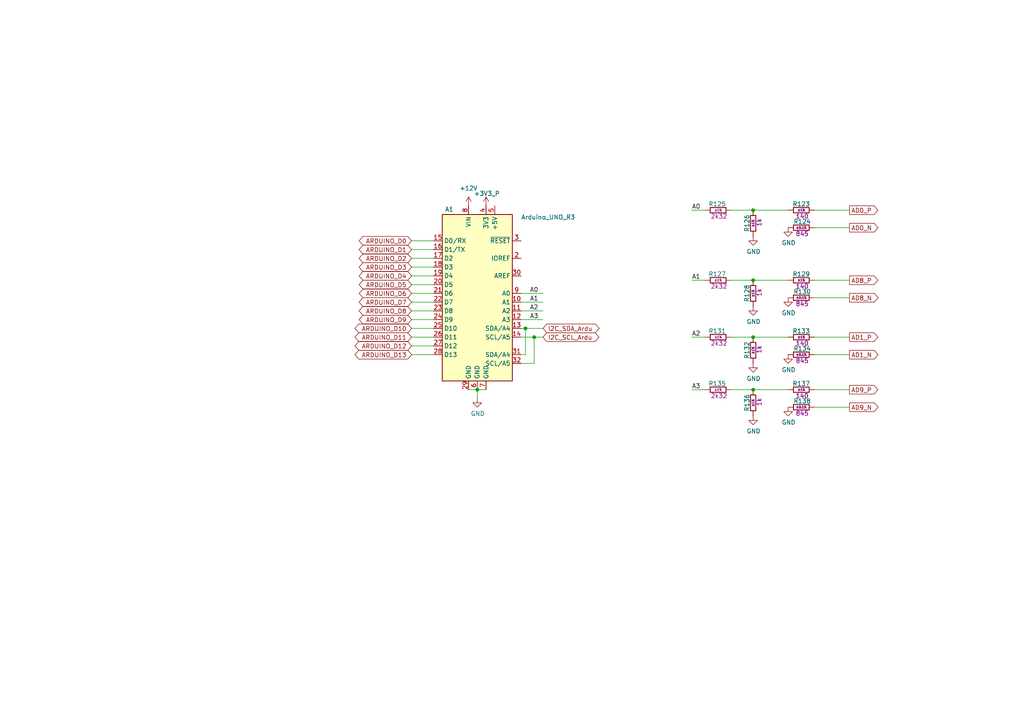
<source format=kicad_sch>
(kicad_sch (version 20241209) (generator "eeschema") (generator_version "9.0")
  (paper "A4")
  (lib_symbols
    (symbol "MCU_Module:Arduino_UNO_R3"
      (property "Reference" "A" (at -10.16 23.495 0))
      (property "Value" "Arduino_UNO_R3" (at 5.08 -26.67 0))
      (symbol "Arduino_UNO_R3_1_1"
        (pin bidirectional line (at -12.7 15.24 0) (length 2.54) (name "D0/RX") (number "15"))
        (pin bidirectional line (at -12.7 12.7 0) (length 2.54) (name "D1/TX") (number "16"))
        (pin bidirectional line (at -12.7 10.16 0) (length 2.54) (name "D2") (number "17"))
        (pin bidirectional line (at -12.7 7.62 0) (length 2.54) (name "D3") (number "18"))
        (pin bidirectional line (at -12.7 5.08 0) (length 2.54) (name "D4") (number "19"))
        (pin bidirectional line (at -12.7 2.54 0) (length 2.54) (name "D5") (number "20"))
        (pin bidirectional line (at -12.7 0 0) (length 2.54) (name "D6") (number "21"))
        (pin bidirectional line (at -12.7 -2.54 0) (length 2.54) (name "D7") (number "22"))
        (pin bidirectional line (at -12.7 -5.08 0) (length 2.54) (name "D8") (number "23"))
        (pin bidirectional line (at -12.7 -7.62 0) (length 2.54) (name "D9") (number "24"))
        (pin bidirectional line (at -12.7 -10.16 0) (length 2.54) (name "D10") (number "25"))
        (pin bidirectional line (at -12.7 -12.7 0) (length 2.54) (name "D11") (number "26"))
        (pin bidirectional line (at -12.7 -15.24 0) (length 2.54) (name "D12") (number "27"))
        (pin bidirectional line (at -12.7 -17.78 0) (length 2.54) (name "D13") (number "28"))
        (pin no_connect line (at -10.16 -20.32 0) (length 2.54) (hide yes) (name "NC") (number "1"))
        (pin power_in line (at -2.54 25.4 270) (length 2.54) (name "VIN") (number "8"))
        (pin power_in line (at -2.54 -27.94 90) (length 2.54) (name "GND") (number "29"))
        (pin power_in line (at 0 -27.94 90) (length 2.54) (name "GND") (number "6"))
        (pin power_out line (at 2.54 25.4 270) (length 2.54) (name "3V3") (number "4"))
        (pin power_in line (at 2.54 -27.94 90) (length 2.54) (name "GND") (number "7"))
        (pin power_out line (at 5.08 25.4 270) (length 2.54) (name "+5V") (number "5"))
        (pin input line (at 12.7 15.24 180) (length 2.54) (name "~{RESET}") (number "3"))
        (pin output line (at 12.7 10.16 180) (length 2.54) (name "IOREF") (number "2"))
        (pin input line (at 12.7 5.08 180) (length 2.54) (name "AREF") (number "30"))
        (pin bidirectional line (at 12.7 0 180) (length 2.54) (name "A0") (number "9"))
        (pin bidirectional line (at 12.7 -2.54 180) (length 2.54) (name "A1") (number "10"))
        (pin bidirectional line (at 12.7 -5.08 180) (length 2.54) (name "A2") (number "11"))
        (pin bidirectional line (at 12.7 -7.62 180) (length 2.54) (name "A3") (number "12"))
        (pin bidirectional line (at 12.7 -10.16 180) (length 2.54) (name "SDA/A4") (number "13"))
        (pin bidirectional line (at 12.7 -12.7 180) (length 2.54) (name "SCL/A5") (number "14"))
        (pin bidirectional line (at 12.7 -17.78 180) (length 2.54) (name "SDA/A4") (number "31"))
        (pin bidirectional line (at 12.7 -20.32 180) (length 2.54) (name "SCL/A5") (number "32"))
      )
    )
    (symbol "Resistors SMD:R0402_140R_1%_0.0625W_100PPM" (pin_names (offset 1.27))
      (property "Reference" "R" (at 3.81 1.778 0))
      (property "Tolerance" "±1%" (at 3.81 0 0))
      (property "Val" "140" (at 3.81 -1.778 0))
      (symbol "R0402_140R_1%_0.0625W_100PPM_0_1"
        (pin passive line (at 0 0 0) (length 1.524) (name "1") (number "1"))
        (pin passive line (at 7.62 0 180) (length 1.524) (name "2") (number "2"))
      )
    )
    (symbol "Resistors SMD:R0402_1K_1%_0.0625W_100PPM" (pin_names (offset 1.27))
      (property "Reference" "R" (at 3.81 1.778 0))
      (property "Tolerance" "±1%" (at 3.81 0 0))
      (property "Val" "1k" (at 3.81 -1.778 0))
      (symbol "R0402_1K_1%_0.0625W_100PPM_0_1"
        (pin passive line (at 0 0 0) (length 1.524) (name "1") (number "1"))
        (pin passive line (at 7.62 0 180) (length 1.524) (name "2") (number "2"))
      )
    )
    (symbol "Resistors SMD:R0402_2K_1%_0.0625W_100PPM" (pin_names (offset 1.27))
      (property "Reference" "R" (at 3.81 1.778 0))
      (property "Tolerance" "±1%" (at 3.81 0 0))
      (property "Val" "2k" (at 3.81 -1.778 0))
      (symbol "R0402_2K_1%_0.0625W_100PPM_0_1"
        (pin passive line (at 0 0 0) (length 1.524) (name "1") (number "1"))
        (pin passive line (at 7.62 0 180) (length 1.524) (name "2") (number "2"))
      )
    )
    (symbol "Resistors SMD:R0402_820R_0.1%_0.063W_25PPM" (pin_names (offset 1.27))
      (property "Reference" "R" (at 3.81 1.778 0))
      (property "Tolerance" "±0.1%" (at 3.81 0 0))
      (property "Val" "820" (at 3.81 -1.778 0))
      (symbol "R0402_820R_0.1%_0.063W_25PPM_0_1"
        (pin passive line (at 0 0 0) (length 1.524) (name "1") (number "1"))
        (pin passive line (at 7.62 0 180) (length 1.524) (name "2") (number "2"))
      )
    )
    (symbol "power:+12V" (power) (pin_numbers (hide yes)) (pin_names (offset 0) (hide yes))
      (property "Value" "+12V" (at 0 3.556 0))
      (symbol "+12V_1_1"
        (pin power_in line (at 0 0 90) (length 0) (name "~") (number "1"))
      )
    )
    (symbol "power:+1V0" (power) (pin_numbers (hide yes)) (pin_names (offset 0) (hide yes))
      (property "Value" "+1V0" (at 0 3.556 0))
      (symbol "+1V0_1_1"
        (pin power_in line (at 0 0 90) (length 0) (name "~") (number "1"))
      )
    )
    (symbol "power:GND" (power) (pin_names (offset 0))
      (property "Value" "GND" (at 0 -3.81 0))
      (symbol "GND_1_1"
        (pin power_in line (at 0 0 270) (length 0) (hide yes) (name "GND") (number "1"))
      )
    )
  )
  (junction (at 154.94 97.79))
  (junction (at 218.44 81.28))
  (junction (at 218.44 60.96))
  (junction (at 138.43 113.03))
  (junction (at 218.44 97.79))
  (junction (at 218.44 113.03))
  (junction (at 152.4 95.25))
  (wire (pts (xy 236.22 113.03) (xy 246.38 113.03)))
  (wire (pts (xy 212.09 97.79) (xy 218.44 97.79)))
  (wire (pts (xy 119.38 77.47) (xy 125.73 77.47)))
  (wire (pts (xy 212.09 113.03) (xy 218.44 113.03)))
  (wire (pts (xy 151.13 102.87) (xy 152.4 102.87)))
  (wire (pts (xy 151.13 97.79) (xy 154.94 97.79)))
  (wire (pts (xy 151.13 87.63) (xy 157.48 87.63)))
  (wire (pts (xy 236.22 66.04) (xy 246.38 66.04)))
  (wire (pts (xy 200.66 81.28) (xy 204.47 81.28)))
  (wire (pts (xy 200.66 113.03) (xy 204.47 113.03)))
  (wire (pts (xy 119.38 74.93) (xy 125.73 74.93)))
  (wire (pts (xy 119.38 97.79) (xy 125.73 97.79)))
  (wire (pts (xy 200.66 60.96) (xy 204.47 60.96)))
  (wire (pts (xy 236.22 86.36) (xy 246.38 86.36)))
  (wire (pts (xy 200.66 97.79) (xy 204.47 97.79)))
  (wire (pts (xy 151.13 90.17) (xy 157.48 90.17)))
  (wire (pts (xy 135.89 113.03) (xy 138.43 113.03)))
  (wire (pts (xy 119.38 90.17) (xy 125.73 90.17)))
  (wire (pts (xy 236.22 81.28) (xy 246.38 81.28)))
  (wire (pts (xy 151.13 92.71) (xy 157.48 92.71)))
  (wire (pts (xy 138.43 113.03) (xy 138.43 115.57)))
  (wire (pts (xy 236.22 97.79) (xy 246.38 97.79)))
  (wire (pts (xy 138.43 113.03) (xy 140.97 113.03)))
  (wire (pts (xy 212.09 60.96) (xy 218.44 60.96)))
  (wire (pts (xy 151.13 105.41) (xy 154.94 105.41)))
  (wire (pts (xy 218.44 113.03) (xy 228.6 113.03)))
  (wire (pts (xy 236.22 118.11) (xy 246.38 118.11)))
  (wire (pts (xy 152.4 102.87) (xy 152.4 95.25)))
  (wire (pts (xy 119.38 72.39) (xy 125.73 72.39)))
  (wire (pts (xy 151.13 85.09) (xy 157.48 85.09)))
  (wire (pts (xy 119.38 82.55) (xy 125.73 82.55)))
  (wire (pts (xy 218.44 81.28) (xy 228.6 81.28)))
  (wire (pts (xy 151.13 95.25) (xy 152.4 95.25)))
  (wire (pts (xy 119.38 69.85) (xy 125.73 69.85)))
  (wire (pts (xy 236.22 102.87) (xy 246.38 102.87)))
  (wire (pts (xy 119.38 100.33) (xy 125.73 100.33)))
  (wire (pts (xy 119.38 102.87) (xy 125.73 102.87)))
  (wire (pts (xy 154.94 97.79) (xy 154.94 105.41)))
  (wire (pts (xy 236.22 60.96) (xy 246.38 60.96)))
  (wire (pts (xy 218.44 97.79) (xy 228.6 97.79)))
  (wire (pts (xy 218.44 60.96) (xy 228.6 60.96)))
  (wire (pts (xy 119.38 80.01) (xy 125.73 80.01)))
  (wire (pts (xy 119.38 87.63) (xy 125.73 87.63)))
  (wire (pts (xy 119.38 95.25) (xy 125.73 95.25)))
  (wire (pts (xy 154.94 97.79) (xy 157.48 97.79)))
  (wire (pts (xy 119.38 85.09) (xy 125.73 85.09)))
  (wire (pts (xy 119.38 92.71) (xy 125.73 92.71)))
  (wire (pts (xy 152.4 95.25) (xy 157.48 95.25)))
  (wire (pts (xy 212.09 81.28) (xy 218.44 81.28)))
  (label "A1" (at 153.67 87.63 0))
  (label "A1" (at 200.66 81.28 0))
  (label "A3" (at 153.67 92.71 0))
  (label "A0" (at 200.66 60.96 0))
  (label "A2" (at 200.66 97.79 0))
  (label "A3" (at 200.66 113.03 0))
  (label "A0" (at 153.67 85.09 0))
  (label "A2" (at 153.67 90.17 0))
  (global_label "I2C_SCL_Ardu" (shape bidirectional) (at 157.48 97.79 0) (property "Intersheetrefs" "${INTERSHEET_REFS}" (effects (hide yes))))
  (global_label "ARDUINO_D8" (shape bidirectional) (at 119.38 90.17 180) (property "Intersheetrefs" "${INTERSHEET_REFS}" (effects (hide yes))))
  (global_label "AD9_P" (shape output) (at 246.38 113.03 0) (property "Intersheetrefs" "${INTERSHEET_REFS}" (effects (hide yes))))
  (global_label "AD0_P" (shape output) (at 246.38 60.96 0) (property "Intersheetrefs" "${INTERSHEET_REFS}" (effects (hide yes))))
  (global_label "AD1_N" (shape output) (at 246.38 102.87 0) (property "Intersheetrefs" "${INTERSHEET_REFS}" (effects (hide yes))))
  (global_label "ARDUINO_D13" (shape bidirectional) (at 119.38 102.87 180) (property "Intersheetrefs" "${INTERSHEET_REFS}" (effects (hide yes))))
  (global_label "ARDUINO_D0" (shape bidirectional) (at 119.38 69.85 180) (property "Intersheetrefs" "${INTERSHEET_REFS}" (effects (hide yes))))
  (global_label "ARDUINO_D5" (shape bidirectional) (at 119.38 82.55 180) (property "Intersheetrefs" "${INTERSHEET_REFS}" (effects (hide yes))))
  (global_label "ARDUINO_D1" (shape bidirectional) (at 119.38 72.39 180) (property "Intersheetrefs" "${INTERSHEET_REFS}" (effects (hide yes))))
  (global_label "AD9_N" (shape output) (at 246.38 118.11 0) (property "Intersheetrefs" "${INTERSHEET_REFS}" (effects (hide yes))))
  (global_label "AD8_P" (shape output) (at 246.38 81.28 0) (property "Intersheetrefs" "${INTERSHEET_REFS}" (effects (hide yes))))
  (global_label "ARDUINO_D9" (shape bidirectional) (at 119.38 92.71 180) (property "Intersheetrefs" "${INTERSHEET_REFS}" (effects (hide yes))))
  (global_label "ARDUINO_D11" (shape bidirectional) (at 119.38 97.79 180) (property "Intersheetrefs" "${INTERSHEET_REFS}" (effects (hide yes))))
  (global_label "ARDUINO_D2" (shape bidirectional) (at 119.38 74.93 180) (property "Intersheetrefs" "${INTERSHEET_REFS}" (effects (hide yes))))
  (global_label "ARDUINO_D12" (shape bidirectional) (at 119.38 100.33 180) (property "Intersheetrefs" "${INTERSHEET_REFS}" (effects (hide yes))))
  (global_label "ARDUINO_D4" (shape bidirectional) (at 119.38 80.01 180) (property "Intersheetrefs" "${INTERSHEET_REFS}" (effects (hide yes))))
  (global_label "ARDUINO_D10" (shape bidirectional) (at 119.38 95.25 180) (property "Intersheetrefs" "${INTERSHEET_REFS}" (effects (hide yes))))
  (global_label "AD8_N" (shape output) (at 246.38 86.36 0) (property "Intersheetrefs" "${INTERSHEET_REFS}" (effects (hide yes))))
  (global_label "ARDUINO_D3" (shape bidirectional) (at 119.38 77.47 180) (property "Intersheetrefs" "${INTERSHEET_REFS}" (effects (hide yes))))
  (global_label "AD1_P" (shape output) (at 246.38 97.79 0) (property "Intersheetrefs" "${INTERSHEET_REFS}" (effects (hide yes))))
  (global_label "ARDUINO_D6" (shape bidirectional) (at 119.38 85.09 180) (property "Intersheetrefs" "${INTERSHEET_REFS}" (effects (hide yes))))
  (global_label "ARDUINO_D7" (shape bidirectional) (at 119.38 87.63 180) (property "Intersheetrefs" "${INTERSHEET_REFS}" (effects (hide yes))))
  (global_label "AD0_N" (shape output) (at 246.38 66.04 0) (property "Intersheetrefs" "${INTERSHEET_REFS}" (effects (hide yes))))
  (global_label "I2C_SDA_Ardu" (shape bidirectional) (at 157.48 95.25 0) (property "Intersheetrefs" "${INTERSHEET_REFS}" (effects (hide yes))))
  (symbol (lib_id "Resistors SMD:R0402_820R_0.1%_0.063W_25PPM") (at 228.6 102.87 0) (unit 1)
    (property "Reference" "R134" (at 232.664 101.092 0))
    (property "Value" "R0402_845R_0.1%_0.063W_25PPM" (effects (hide yes)))
    (property "Footprint" "Resistors SMD:RESC1005X40N" (effects (hide yes)))
    (property "Datasheet" "\\\\cern.ch\\dfs\\Applications\\Altium\\Datasheets\\R0402_TYCO_CPF.pdf" (effects (hide yes)))
    (property "Description" "Thin Film Precision Resistor" (effects (hide yes)))
    (property "Tolerance" "±0.1%" (at 232.41 102.87 0) (effects (font (size 0.635 0.635))))
    (property "Val" "845" (at 232.664 104.648 0))
    (property "Part Number" "R0402_845R_0.1%_0.063W_25PPM" (effects (hide yes)))
    (property "Library Ref" "Resistor - 0.1%" (effects (hide yes)))
    (property "Library Path" "SchLib\\Resistors.SchLib" (effects (hide yes)))
    (property "Comment" "845" (effects (hide yes)))
    (property "Component Kind" "Standard" (effects (hide yes)))
    (property "Component Type" "Standard" (effects (hide yes)))
    (property "PackageDescription" " " (effects (hide yes)))
    (property "Pin Count" "2" (effects (hide yes)))
    (property "Footprint Path" "PcbLib\\Resistors SMD.PcbLib" (effects (hide yes)))
    (property "Footprint Ref" "RESC1005X40N" (effects (hide yes)))
    (property "Status" "Not Recommended" (effects (hide yes)))
    (property "Power" "0.063W" (effects (hide yes)))
    (property "TC" "±25ppm/°C" (effects (hide yes)))
    (property "Voltage" " " (effects (hide yes)))
    (property "Part Description" "Thin Film Precision Resistor" (effects (hide yes)))
    (property "Manufacturer" "GENERIC" (effects (hide yes)))
    (property "Manufacturer Part Number" "R0402_845R_0.1%_0.063W_25PPM" (effects (hide yes)))
    (property "Case" "0402" (effects (hide yes)))
    (property "PressFit" "No" (effects (hide yes)))
    (property "Mounted" "Yes" (effects (hide yes)))
    (property "Sense Comment" " " (effects (hide yes)))
    (property "Sense" "No" (effects (hide yes)))
    (property "Status Comment" " " (effects (hide yes)))
    (property "Socket" "No" (effects (hide yes)))
    (property "SMD" "Yes" (effects (hide yes)))
    (property "ComponentHeight" " " (effects (hide yes)))
    (property "Manufacturer1 Example" "TE CONNECTIVITY" (effects (hide yes)))
    (property "Manufacturer1 ComponentHeight" "0.4mm" (effects (hide yes)))
    (property "HelpURL" "\\\\cern.ch\\dfs\\Applications\\Altium\\Datasheets\\R0402_TYCO_CPF.pdf" (effects (hide yes)))
    (property "Author" "CERN DEM HF" (effects (hide yes)))
    (property "CreateDate" "05/25/23 00:00:00" (effects (hide yes)))
    (property "LatestRevisionDate" "05/25/23 00:00:00" (effects (hide yes)))
    (property "Database Table Name" "Resistors" (effects (hide yes)))
    (property "Library Name" "Resistors SMD" (effects (hide yes)))
    (property "Footprint Library" "Resistors SMD" (effects (hide yes)))
    (property "License" "CC-BY-SA 4.0" (effects (hide yes)))
  )
  (symbol (lib_id "Resistors SMD:R0402_140R_1%_0.0625W_100PPM") (at 228.6 113.03 0) (unit 1)
    (property "Reference" "R137" (at 232.41 111.252 0))
    (property "Value" "R0402_140R_1%_0.0625W_100PPM" (effects (hide yes)))
    (property "Footprint" "Resistors SMD:RESC1005X40N" (effects (hide yes)))
    (property "Datasheet" "\\\\cern.ch\\dfs\\Applications\\Altium\\Datasheets\\R0402_Phycomp_RC0402.pdf" (effects (hide yes)))
    (property "Description" "General Purpose Thick Film Chip Resistor" (effects (hide yes)))
    (property "Tolerance" "±1%" (at 232.41 113.03 0) (effects (font (size 0.635 0.635))))
    (property "Val" "140" (at 232.664 114.808 0))
    (property "Part Number" "R0402_140R_1%_0.0625W_100PPM" (effects (hide yes)))
    (property "Library Ref" "Resistor - 1%" (effects (hide yes)))
    (property "Library Path" "SchLib\\Resistors.SchLib" (effects (hide yes)))
    (property "Comment" "140" (effects (hide yes)))
    (property "Component Kind" "Standard" (effects (hide yes)))
    (property "Component Type" "Standard" (effects (hide yes)))
    (property "PackageDescription" " " (effects (hide yes)))
    (property "Pin Count" "2" (effects (hide yes)))
    (property "Footprint Path" "PcbLib\\Resistors SMD.PcbLib" (effects (hide yes)))
    (property "Footprint Ref" "RESC1005X40N" (effects (hide yes)))
    (property "Status" "Not Recommended" (effects (hide yes)))
    (property "Power" "0.0625W" (effects (hide yes)))
    (property "TC" "±100ppm/°C" (effects (hide yes)))
    (property "Voltage" " " (effects (hide yes)))
    (property "Part Description" "General Purpose Thick Film Chip Resistor" (effects (hide yes)))
    (property "Manufacturer" "GENERIC" (effects (hide yes)))
    (property "Manufacturer Part Number" "R0402_140R_1%_0.0625W_100PPM" (effects (hide yes)))
    (property "Case" "0402" (effects (hide yes)))
    (property "PressFit" "No" (effects (hide yes)))
    (property "Mounted" "Yes" (effects (hide yes)))
    (property "Sense Comment" " " (effects (hide yes)))
    (property "Sense" "No" (effects (hide yes)))
    (property "Status Comment" " " (effects (hide yes)))
    (property "Socket" "No" (effects (hide yes)))
    (property "SMD" "Yes" (effects (hide yes)))
    (property "ComponentHeight" " " (effects (hide yes)))
    (property "Manufacturer1 Example" "YAGEO PHYCOMP" (effects (hide yes)))
    (property "Manufacturer1 Part Number" "232270671401L or RC0402FR-07140RL" (effects (hide yes)))
    (property "Manufacturer1 ComponentHeight" "0.4mm" (effects (hide yes)))
    (property "HelpURL" "\\\\cern.ch\\dfs\\Applications\\Altium\\Datasheets\\R0402_Phycomp_RC0402.pdf" (effects (hide yes)))
    (property "Author" "CERN DEM BC" (effects (hide yes)))
    (property "CreateDate" "07/29/15 00:00:00" (effects (hide yes)))
    (property "LatestRevisionDate" "07/29/15 00:00:00" (effects (hide yes)))
    (property "Database Table Name" "Resistors" (effects (hide yes)))
    (property "Library Name" "Resistors SMD" (effects (hide yes)))
    (property "Footprint Library" "Resistors SMD" (effects (hide yes)))
    (property "License" "CC-BY-SA 4.0" (effects (hide yes)))
  )
  (symbol (lib_id "Resistors SMD:R0402_2K_1%_0.0625W_100PPM") (at 204.47 97.79 0) (unit 1)
    (property "Reference" "R131" (at 208.026 96.012 0))
    (property "Value" "R0402_2K32_1%_0.0625W_100PPM" (effects (hide yes)))
    (property "Footprint" "Resistors SMD:RESC1005X40N" (effects (hide yes)))
    (property "Datasheet" "\\\\cern.ch\\dfs\\Applications\\Altium\\Datasheets\\R0402_Phycomp_RC0402.pdf" (effects (hide yes)))
    (property "Description" "General Purpose Thick Film Chip Resistor" (effects (hide yes)))
    (property "Tolerance" "±1%" (at 208.28 97.79 0) (effects (font (size 0.635 0.635))))
    (property "Val" "2k32" (at 208.534 99.568 0))
    (property "Part Number" "R0402_2K32_1%_0.0625W_100PPM" (effects (hide yes)))
    (property "Library Ref" "Resistor - 1%" (effects (hide yes)))
    (property "Library Path" "SchLib\\Resistors.SchLib" (effects (hide yes)))
    (property "Comment" "2k" (effects (hide yes)))
    (property "Component Kind" "Standard" (effects (hide yes)))
    (property "Component Type" "Standard" (effects (hide yes)))
    (property "PackageDescription" " " (effects (hide yes)))
    (property "Pin Count" "2" (effects (hide yes)))
    (property "Footprint Path" "PcbLib\\Resistors SMD.PcbLib" (effects (hide yes)))
    (property "Footprint Ref" "RESC1005X40N" (effects (hide yes)))
    (property "Status" "Not Recommended" (effects (hide yes)))
    (property "Power" "0.0625W" (effects (hide yes)))
    (property "TC" "±100ppm/°C" (effects (hide yes)))
    (property "Voltage" " " (effects (hide yes)))
    (property "Part Description" "General Purpose Thick Film Chip Resistor" (effects (hide yes)))
    (property "Manufacturer" "GENERIC" (effects (hide yes)))
    (property "Manufacturer Part Number" "R0402_2K32_1%_0.0625W_100PPM" (effects (hide yes)))
    (property "Case" "0402" (effects (hide yes)))
    (property "PressFit" "No" (effects (hide yes)))
    (property "Mounted" "Yes" (effects (hide yes)))
    (property "Sense Comment" " " (effects (hide yes)))
    (property "Sense" "No" (effects (hide yes)))
    (property "Status Comment" " " (effects (hide yes)))
    (property "Socket" "No" (effects (hide yes)))
    (property "SMD" "Yes" (effects (hide yes)))
    (property "ComponentHeight" " " (effects (hide yes)))
    (property "Manufacturer1 Example" "YAGEO PHYCOMP" (effects (hide yes)))
    (property "Manufacturer1 ComponentHeight" "0.4mm" (effects (hide yes)))
    (property "HelpURL" "\\\\cern.ch\\dfs\\Applications\\Altium\\Datasheets\\R0402_Phycomp_RC0402.pdf" (effects (hide yes)))
    (property "Author" "CERN DEM JLC" (effects (hide yes)))
    (property "CreateDate" "12/03/07 00:00:00" (effects (hide yes)))
    (property "LatestRevisionDate" "10/17/12 00:00:00" (effects (hide yes)))
    (property "Database Table Name" "Resistors" (effects (hide yes)))
    (property "Library Name" "Resistors SMD" (effects (hide yes)))
    (property "Footprint Library" "Resistors SMD" (effects (hide yes)))
    (property "License" "CC-BY-SA 4.0" (effects (hide yes)))
  )
  (symbol (lib_id "Resistors SMD:R0402_2K_1%_0.0625W_100PPM") (at 204.47 60.96 0) (unit 1)
    (property "Reference" "R125" (at 208.026 59.182 0))
    (property "Value" "R0402_2K32_1%_0.0625W_100PPM" (effects (hide yes)))
    (property "Footprint" "Resistors SMD:RESC1005X40N" (effects (hide yes)))
    (property "Datasheet" "\\\\cern.ch\\dfs\\Applications\\Altium\\Datasheets\\R0402_Phycomp_RC0402.pdf" (effects (hide yes)))
    (property "Description" "General Purpose Thick Film Chip Resistor" (effects (hide yes)))
    (property "Tolerance" "±1%" (at 208.28 60.96 0) (effects (font (size 0.635 0.635))))
    (property "Val" "2k32" (at 208.534 62.738 0))
    (property "Part Number" "R0402_2K32_1%_0.0625W_100PPM" (effects (hide yes)))
    (property "Library Ref" "Resistor - 1%" (effects (hide yes)))
    (property "Library Path" "SchLib\\Resistors.SchLib" (effects (hide yes)))
    (property "Comment" "2k" (effects (hide yes)))
    (property "Component Kind" "Standard" (effects (hide yes)))
    (property "Component Type" "Standard" (effects (hide yes)))
    (property "PackageDescription" " " (effects (hide yes)))
    (property "Pin Count" "2" (effects (hide yes)))
    (property "Footprint Path" "PcbLib\\Resistors SMD.PcbLib" (effects (hide yes)))
    (property "Footprint Ref" "RESC1005X40N" (effects (hide yes)))
    (property "Status" "Not Recommended" (effects (hide yes)))
    (property "Power" "0.0625W" (effects (hide yes)))
    (property "TC" "±100ppm/°C" (effects (hide yes)))
    (property "Voltage" " " (effects (hide yes)))
    (property "Part Description" "General Purpose Thick Film Chip Resistor" (effects (hide yes)))
    (property "Manufacturer" "GENERIC" (effects (hide yes)))
    (property "Manufacturer Part Number" "R0402_2K32_1%_0.0625W_100PPM" (effects (hide yes)))
    (property "Case" "0402" (effects (hide yes)))
    (property "PressFit" "No" (effects (hide yes)))
    (property "Mounted" "Yes" (effects (hide yes)))
    (property "Sense Comment" " " (effects (hide yes)))
    (property "Sense" "No" (effects (hide yes)))
    (property "Status Comment" " " (effects (hide yes)))
    (property "Socket" "No" (effects (hide yes)))
    (property "SMD" "Yes" (effects (hide yes)))
    (property "ComponentHeight" " " (effects (hide yes)))
    (property "Manufacturer1 Example" "YAGEO PHYCOMP" (effects (hide yes)))
    (property "Manufacturer1 ComponentHeight" "0.4mm" (effects (hide yes)))
    (property "HelpURL" "\\\\cern.ch\\dfs\\Applications\\Altium\\Datasheets\\R0402_Phycomp_RC0402.pdf" (effects (hide yes)))
    (property "Author" "CERN DEM JLC" (effects (hide yes)))
    (property "CreateDate" "12/03/07 00:00:00" (effects (hide yes)))
    (property "LatestRevisionDate" "10/17/12 00:00:00" (effects (hide yes)))
    (property "Database Table Name" "Resistors" (effects (hide yes)))
    (property "Library Name" "Resistors SMD" (effects (hide yes)))
    (property "Footprint Library" "Resistors SMD" (effects (hide yes)))
    (property "License" "CC-BY-SA 4.0" (effects (hide yes)))
  )
  (symbol (lib_id "power:GND") (at 218.44 68.58 0) (unit 1)
    (property "Reference" "#PWR0286" (effects (hide yes)))
    (property "Value" "GND" (at 218.567 72.9742 0))
  )
  (symbol (lib_id "Resistors SMD:R0402_140R_1%_0.0625W_100PPM") (at 228.6 60.96 0) (unit 1)
    (property "Reference" "R123" (at 232.41 59.182 0))
    (property "Value" "R0402_140R_1%_0.0625W_100PPM" (effects (hide yes)))
    (property "Footprint" "Resistors SMD:RESC1005X40N" (effects (hide yes)))
    (property "Datasheet" "\\\\cern.ch\\dfs\\Applications\\Altium\\Datasheets\\R0402_Phycomp_RC0402.pdf" (effects (hide yes)))
    (property "Description" "General Purpose Thick Film Chip Resistor" (effects (hide yes)))
    (property "Tolerance" "±1%" (at 232.41 60.96 0) (effects (font (size 0.635 0.635))))
    (property "Val" "140" (at 232.664 62.738 0))
    (property "Part Number" "R0402_140R_1%_0.0625W_100PPM" (effects (hide yes)))
    (property "Library Ref" "Resistor - 1%" (effects (hide yes)))
    (property "Library Path" "SchLib\\Resistors.SchLib" (effects (hide yes)))
    (property "Comment" "140" (effects (hide yes)))
    (property "Component Kind" "Standard" (effects (hide yes)))
    (property "Component Type" "Standard" (effects (hide yes)))
    (property "PackageDescription" " " (effects (hide yes)))
    (property "Pin Count" "2" (effects (hide yes)))
    (property "Footprint Path" "PcbLib\\Resistors SMD.PcbLib" (effects (hide yes)))
    (property "Footprint Ref" "RESC1005X40N" (effects (hide yes)))
    (property "Status" "Not Recommended" (effects (hide yes)))
    (property "Power" "0.0625W" (effects (hide yes)))
    (property "TC" "±100ppm/°C" (effects (hide yes)))
    (property "Voltage" " " (effects (hide yes)))
    (property "Part Description" "General Purpose Thick Film Chip Resistor" (effects (hide yes)))
    (property "Manufacturer" "GENERIC" (effects (hide yes)))
    (property "Manufacturer Part Number" "R0402_140R_1%_0.0625W_100PPM" (effects (hide yes)))
    (property "Case" "0402" (effects (hide yes)))
    (property "PressFit" "No" (effects (hide yes)))
    (property "Mounted" "Yes" (effects (hide yes)))
    (property "Sense Comment" " " (effects (hide yes)))
    (property "Sense" "No" (effects (hide yes)))
    (property "Status Comment" " " (effects (hide yes)))
    (property "Socket" "No" (effects (hide yes)))
    (property "SMD" "Yes" (effects (hide yes)))
    (property "ComponentHeight" " " (effects (hide yes)))
    (property "Manufacturer1 Example" "YAGEO PHYCOMP" (effects (hide yes)))
    (property "Manufacturer1 Part Number" "232270671401L or RC0402FR-07140RL" (effects (hide yes)))
    (property "Manufacturer1 ComponentHeight" "0.4mm" (effects (hide yes)))
    (property "HelpURL" "\\\\cern.ch\\dfs\\Applications\\Altium\\Datasheets\\R0402_Phycomp_RC0402.pdf" (effects (hide yes)))
    (property "Author" "CERN DEM BC" (effects (hide yes)))
    (property "CreateDate" "07/29/15 00:00:00" (effects (hide yes)))
    (property "LatestRevisionDate" "07/29/15 00:00:00" (effects (hide yes)))
    (property "Database Table Name" "Resistors" (effects (hide yes)))
    (property "Library Name" "Resistors SMD" (effects (hide yes)))
    (property "Footprint Library" "Resistors SMD" (effects (hide yes)))
    (property "License" "CC-BY-SA 4.0" (effects (hide yes)))
  )
  (symbol (lib_id "Resistors SMD:R0402_2K_1%_0.0625W_100PPM") (at 204.47 113.03 0) (unit 1)
    (property "Reference" "R135" (at 208.026 111.252 0))
    (property "Value" "R0402_2K32_1%_0.0625W_100PPM" (effects (hide yes)))
    (property "Footprint" "Resistors SMD:RESC1005X40N" (effects (hide yes)))
    (property "Datasheet" "\\\\cern.ch\\dfs\\Applications\\Altium\\Datasheets\\R0402_Phycomp_RC0402.pdf" (effects (hide yes)))
    (property "Description" "General Purpose Thick Film Chip Resistor" (effects (hide yes)))
    (property "Tolerance" "±1%" (at 208.28 113.03 0) (effects (font (size 0.635 0.635))))
    (property "Val" "2k32" (at 208.534 114.808 0))
    (property "Part Number" "R0402_2K32_1%_0.0625W_100PPM" (effects (hide yes)))
    (property "Library Ref" "Resistor - 1%" (effects (hide yes)))
    (property "Library Path" "SchLib\\Resistors.SchLib" (effects (hide yes)))
    (property "Comment" "2k" (effects (hide yes)))
    (property "Component Kind" "Standard" (effects (hide yes)))
    (property "Component Type" "Standard" (effects (hide yes)))
    (property "PackageDescription" " " (effects (hide yes)))
    (property "Pin Count" "2" (effects (hide yes)))
    (property "Footprint Path" "PcbLib\\Resistors SMD.PcbLib" (effects (hide yes)))
    (property "Footprint Ref" "RESC1005X40N" (effects (hide yes)))
    (property "Status" "Not Recommended" (effects (hide yes)))
    (property "Power" "0.0625W" (effects (hide yes)))
    (property "TC" "±100ppm/°C" (effects (hide yes)))
    (property "Voltage" " " (effects (hide yes)))
    (property "Part Description" "General Purpose Thick Film Chip Resistor" (effects (hide yes)))
    (property "Manufacturer" "GENERIC" (effects (hide yes)))
    (property "Manufacturer Part Number" "R0402_2K32_1%_0.0625W_100PPM" (effects (hide yes)))
    (property "Case" "0402" (effects (hide yes)))
    (property "PressFit" "No" (effects (hide yes)))
    (property "Mounted" "Yes" (effects (hide yes)))
    (property "Sense Comment" " " (effects (hide yes)))
    (property "Sense" "No" (effects (hide yes)))
    (property "Status Comment" " " (effects (hide yes)))
    (property "Socket" "No" (effects (hide yes)))
    (property "SMD" "Yes" (effects (hide yes)))
    (property "ComponentHeight" " " (effects (hide yes)))
    (property "Manufacturer1 Example" "YAGEO PHYCOMP" (effects (hide yes)))
    (property "Manufacturer1 ComponentHeight" "0.4mm" (effects (hide yes)))
    (property "HelpURL" "\\\\cern.ch\\dfs\\Applications\\Altium\\Datasheets\\R0402_Phycomp_RC0402.pdf" (effects (hide yes)))
    (property "Author" "CERN DEM JLC" (effects (hide yes)))
    (property "CreateDate" "12/03/07 00:00:00" (effects (hide yes)))
    (property "LatestRevisionDate" "10/17/12 00:00:00" (effects (hide yes)))
    (property "Database Table Name" "Resistors" (effects (hide yes)))
    (property "Library Name" "Resistors SMD" (effects (hide yes)))
    (property "Footprint Library" "Resistors SMD" (effects (hide yes)))
    (property "License" "CC-BY-SA 4.0" (effects (hide yes)))
  )
  (symbol (lib_id "Resistors SMD:R0402_1K_1%_0.0625W_100PPM") (at 218.44 113.03 270) (unit 1)
    (property "Reference" "R136" (at 216.662 116.84 0))
    (property "Value" "R0402_1K_1%_0.0625W_100PPM" (effects (hide yes)))
    (property "Footprint" "Resistors SMD:RESC1005X40N" (effects (hide yes)))
    (property "Datasheet" "\\\\cern.ch\\dfs\\Applications\\Altium\\Datasheets\\R0402_Phycomp_RC0402.pdf" (effects (hide yes)))
    (property "Description" "General Purpose Thick Film Chip Resistor" (effects (hide yes)))
    (property "Tolerance" "±1%" (at 218.44 116.84 0) (effects (font (size 0.635 0.635))))
    (property "Val" "1k" (at 220.218 116.586 0))
    (property "Part Number" "R0402_1K_1%_0.0625W_100PPM" (effects (hide yes)))
    (property "Library Ref" "Resistor - 1%" (effects (hide yes)))
    (property "Library Path" "SchLib\\Resistors.SchLib" (effects (hide yes)))
    (property "Comment" "1k" (effects (hide yes)))
    (property "Component Kind" "Standard" (effects (hide yes)))
    (property "Component Type" "Standard" (effects (hide yes)))
    (property "PackageDescription" " " (effects (hide yes)))
    (property "Pin Count" "2" (effects (hide yes)))
    (property "Footprint Path" "PcbLib\\Resistors SMD.PcbLib" (effects (hide yes)))
    (property "Footprint Ref" "RESC1005X40N" (effects (hide yes)))
    (property "Status" "Not Recommended" (effects (hide yes)))
    (property "Power" "0.0625W" (effects (hide yes)))
    (property "TC" "±100ppm/°C" (effects (hide yes)))
    (property "Voltage" " " (effects (hide yes)))
    (property "Part Description" "General Purpose Thick Film Chip Resistor" (effects (hide yes)))
    (property "Manufacturer" "GENERIC" (effects (hide yes)))
    (property "Manufacturer Part Number" "R0402_1K_1%_0.0625W_100PPM" (effects (hide yes)))
    (property "Case" "0402" (effects (hide yes)))
    (property "PressFit" "No" (effects (hide yes)))
    (property "Mounted" "Yes" (effects (hide yes)))
    (property "Sense Comment" " " (effects (hide yes)))
    (property "Sense" "No" (effects (hide yes)))
    (property "Status Comment" " " (effects (hide yes)))
    (property "Socket" "No" (effects (hide yes)))
    (property "SMD" "Yes" (effects (hide yes)))
    (property "ComponentHeight" " " (effects (hide yes)))
    (property "Manufacturer1 Example" "YAGEO PHYCOMP" (effects (hide yes)))
    (property "Manufacturer1 Part Number" "232270671002L" (effects (hide yes)))
    (property "Manufacturer1 ComponentHeight" "0.4mm" (effects (hide yes)))
    (property "HelpURL" "\\\\cern.ch\\dfs\\Applications\\Altium\\Datasheets\\R0402_Phycomp_RC0402.pdf" (effects (hide yes)))
    (property "Author" "CERN DEM JLC" (effects (hide yes)))
    (property "CreateDate" "12/03/07 00:00:00" (effects (hide yes)))
    (property "LatestRevisionDate" "10/17/12 00:00:00" (effects (hide yes)))
    (property "Database Table Name" "Resistors" (effects (hide yes)))
    (property "Library Name" "Resistors SMD" (effects (hide yes)))
    (property "Footprint Library" "Resistors SMD" (effects (hide yes)))
    (property "License" "CC-BY-SA 4.0" (effects (hide yes)))
  )
  (symbol (lib_id "MCU_Module:Arduino_UNO_R3") (at 138.43 85.09 0) (unit 1)
    (property "Reference" "A1" (at 129.032 60.706 0) (effects (justify left)))
    (property "Value" "Arduino_UNO_R3" (at 151.13 62.992 0) (effects (justify left)))
    (property "Footprint" "Module:Arduino_UNO_R3" (effects (hide yes)))
    (property "Datasheet" "https://www.arduino.cc/en/Main/arduinoBoardUno" (effects (hide yes)))
    (property "Description" "Arduino UNO Microcontroller Module, release 3" (effects (hide yes)))
  )
  (symbol (lib_id "power:+12V") (at 135.89 59.69 0) (unit 1)
    (property "Reference" "#PWR0295" (effects (hide yes)))
    (property "Value" "+12V" (at 135.89 54.61 0))
    (property "Description" "Power symbol creates a global label with name \"+12V\"" (effects (hide yes)))
  )
  (symbol (lib_id "power:GND") (at 228.6 118.11 0) (unit 1)
    (property "Reference" "#PWR0292" (effects (hide yes)))
    (property "Value" "GND" (at 228.727 122.5042 0))
  )
  (symbol (lib_id "power:GND") (at 218.44 88.9 0) (unit 1)
    (property "Reference" "#PWR0287" (effects (hide yes)))
    (property "Value" "GND" (at 218.567 93.2942 0))
  )
  (symbol (lib_id "Resistors SMD:R0402_1K_1%_0.0625W_100PPM") (at 218.44 81.28 270) (unit 1)
    (property "Reference" "R128" (at 216.662 85.09 0))
    (property "Value" "R0402_1K_1%_0.0625W_100PPM" (effects (hide yes)))
    (property "Footprint" "Resistors SMD:RESC1005X40N" (effects (hide yes)))
    (property "Datasheet" "\\\\cern.ch\\dfs\\Applications\\Altium\\Datasheets\\R0402_Phycomp_RC0402.pdf" (effects (hide yes)))
    (property "Description" "General Purpose Thick Film Chip Resistor" (effects (hide yes)))
    (property "Tolerance" "±1%" (at 218.44 85.09 0) (effects (font (size 0.635 0.635))))
    (property "Val" "1k" (at 220.218 84.836 0))
    (property "Part Number" "R0402_1K_1%_0.0625W_100PPM" (effects (hide yes)))
    (property "Library Ref" "Resistor - 1%" (effects (hide yes)))
    (property "Library Path" "SchLib\\Resistors.SchLib" (effects (hide yes)))
    (property "Comment" "1k" (effects (hide yes)))
    (property "Component Kind" "Standard" (effects (hide yes)))
    (property "Component Type" "Standard" (effects (hide yes)))
    (property "PackageDescription" " " (effects (hide yes)))
    (property "Pin Count" "2" (effects (hide yes)))
    (property "Footprint Path" "PcbLib\\Resistors SMD.PcbLib" (effects (hide yes)))
    (property "Footprint Ref" "RESC1005X40N" (effects (hide yes)))
    (property "Status" "Not Recommended" (effects (hide yes)))
    (property "Power" "0.0625W" (effects (hide yes)))
    (property "TC" "±100ppm/°C" (effects (hide yes)))
    (property "Voltage" " " (effects (hide yes)))
    (property "Part Description" "General Purpose Thick Film Chip Resistor" (effects (hide yes)))
    (property "Manufacturer" "GENERIC" (effects (hide yes)))
    (property "Manufacturer Part Number" "R0402_1K_1%_0.0625W_100PPM" (effects (hide yes)))
    (property "Case" "0402" (effects (hide yes)))
    (property "PressFit" "No" (effects (hide yes)))
    (property "Mounted" "Yes" (effects (hide yes)))
    (property "Sense Comment" " " (effects (hide yes)))
    (property "Sense" "No" (effects (hide yes)))
    (property "Status Comment" " " (effects (hide yes)))
    (property "Socket" "No" (effects (hide yes)))
    (property "SMD" "Yes" (effects (hide yes)))
    (property "ComponentHeight" " " (effects (hide yes)))
    (property "Manufacturer1 Example" "YAGEO PHYCOMP" (effects (hide yes)))
    (property "Manufacturer1 Part Number" "232270671002L" (effects (hide yes)))
    (property "Manufacturer1 ComponentHeight" "0.4mm" (effects (hide yes)))
    (property "HelpURL" "\\\\cern.ch\\dfs\\Applications\\Altium\\Datasheets\\R0402_Phycomp_RC0402.pdf" (effects (hide yes)))
    (property "Author" "CERN DEM JLC" (effects (hide yes)))
    (property "CreateDate" "12/03/07 00:00:00" (effects (hide yes)))
    (property "LatestRevisionDate" "10/17/12 00:00:00" (effects (hide yes)))
    (property "Database Table Name" "Resistors" (effects (hide yes)))
    (property "Library Name" "Resistors SMD" (effects (hide yes)))
    (property "Footprint Library" "Resistors SMD" (effects (hide yes)))
    (property "License" "CC-BY-SA 4.0" (effects (hide yes)))
  )
  (symbol (lib_id "power:GND") (at 218.44 120.65 0) (unit 1)
    (property "Reference" "#PWR0291" (effects (hide yes)))
    (property "Value" "GND" (at 218.567 125.0442 0))
  )
  (symbol (lib_id "Resistors SMD:R0402_140R_1%_0.0625W_100PPM") (at 228.6 97.79 0) (unit 1)
    (property "Reference" "R133" (at 232.41 96.012 0))
    (property "Value" "R0402_140R_1%_0.0625W_100PPM" (effects (hide yes)))
    (property "Footprint" "Resistors SMD:RESC1005X40N" (effects (hide yes)))
    (property "Datasheet" "\\\\cern.ch\\dfs\\Applications\\Altium\\Datasheets\\R0402_Phycomp_RC0402.pdf" (effects (hide yes)))
    (property "Description" "General Purpose Thick Film Chip Resistor" (effects (hide yes)))
    (property "Tolerance" "±1%" (at 232.41 97.79 0) (effects (font (size 0.635 0.635))))
    (property "Val" "140" (at 232.664 99.568 0))
    (property "Part Number" "R0402_140R_1%_0.0625W_100PPM" (effects (hide yes)))
    (property "Library Ref" "Resistor - 1%" (effects (hide yes)))
    (property "Library Path" "SchLib\\Resistors.SchLib" (effects (hide yes)))
    (property "Comment" "140" (effects (hide yes)))
    (property "Component Kind" "Standard" (effects (hide yes)))
    (property "Component Type" "Standard" (effects (hide yes)))
    (property "PackageDescription" " " (effects (hide yes)))
    (property "Pin Count" "2" (effects (hide yes)))
    (property "Footprint Path" "PcbLib\\Resistors SMD.PcbLib" (effects (hide yes)))
    (property "Footprint Ref" "RESC1005X40N" (effects (hide yes)))
    (property "Status" "Not Recommended" (effects (hide yes)))
    (property "Power" "0.0625W" (effects (hide yes)))
    (property "TC" "±100ppm/°C" (effects (hide yes)))
    (property "Voltage" " " (effects (hide yes)))
    (property "Part Description" "General Purpose Thick Film Chip Resistor" (effects (hide yes)))
    (property "Manufacturer" "GENERIC" (effects (hide yes)))
    (property "Manufacturer Part Number" "R0402_140R_1%_0.0625W_100PPM" (effects (hide yes)))
    (property "Case" "0402" (effects (hide yes)))
    (property "PressFit" "No" (effects (hide yes)))
    (property "Mounted" "Yes" (effects (hide yes)))
    (property "Sense Comment" " " (effects (hide yes)))
    (property "Sense" "No" (effects (hide yes)))
    (property "Status Comment" " " (effects (hide yes)))
    (property "Socket" "No" (effects (hide yes)))
    (property "SMD" "Yes" (effects (hide yes)))
    (property "ComponentHeight" " " (effects (hide yes)))
    (property "Manufacturer1 Example" "YAGEO PHYCOMP" (effects (hide yes)))
    (property "Manufacturer1 Part Number" "232270671401L or RC0402FR-07140RL" (effects (hide yes)))
    (property "Manufacturer1 ComponentHeight" "0.4mm" (effects (hide yes)))
    (property "HelpURL" "\\\\cern.ch\\dfs\\Applications\\Altium\\Datasheets\\R0402_Phycomp_RC0402.pdf" (effects (hide yes)))
    (property "Author" "CERN DEM BC" (effects (hide yes)))
    (property "CreateDate" "07/29/15 00:00:00" (effects (hide yes)))
    (property "LatestRevisionDate" "07/29/15 00:00:00" (effects (hide yes)))
    (property "Database Table Name" "Resistors" (effects (hide yes)))
    (property "Library Name" "Resistors SMD" (effects (hide yes)))
    (property "Footprint Library" "Resistors SMD" (effects (hide yes)))
    (property "License" "CC-BY-SA 4.0" (effects (hide yes)))
  )
  (symbol (lib_id "Resistors SMD:R0402_820R_0.1%_0.063W_25PPM") (at 228.6 118.11 0) (unit 1)
    (property "Reference" "R138" (at 232.664 116.332 0))
    (property "Value" "R0402_845R_0.1%_0.063W_25PPM" (effects (hide yes)))
    (property "Footprint" "Resistors SMD:RESC1005X40N" (effects (hide yes)))
    (property "Datasheet" "\\\\cern.ch\\dfs\\Applications\\Altium\\Datasheets\\R0402_TYCO_CPF.pdf" (effects (hide yes)))
    (property "Description" "Thin Film Precision Resistor" (effects (hide yes)))
    (property "Tolerance" "±0.1%" (at 232.41 118.11 0) (effects (font (size 0.635 0.635))))
    (property "Val" "845" (at 232.664 119.888 0))
    (property "Part Number" "R0402_845R_0.1%_0.063W_25PPM" (effects (hide yes)))
    (property "Library Ref" "Resistor - 0.1%" (effects (hide yes)))
    (property "Library Path" "SchLib\\Resistors.SchLib" (effects (hide yes)))
    (property "Comment" "845" (effects (hide yes)))
    (property "Component Kind" "Standard" (effects (hide yes)))
    (property "Component Type" "Standard" (effects (hide yes)))
    (property "PackageDescription" " " (effects (hide yes)))
    (property "Pin Count" "2" (effects (hide yes)))
    (property "Footprint Path" "PcbLib\\Resistors SMD.PcbLib" (effects (hide yes)))
    (property "Footprint Ref" "RESC1005X40N" (effects (hide yes)))
    (property "Status" "Not Recommended" (effects (hide yes)))
    (property "Power" "0.063W" (effects (hide yes)))
    (property "TC" "±25ppm/°C" (effects (hide yes)))
    (property "Voltage" " " (effects (hide yes)))
    (property "Part Description" "Thin Film Precision Resistor" (effects (hide yes)))
    (property "Manufacturer" "GENERIC" (effects (hide yes)))
    (property "Manufacturer Part Number" "R0402_845R_0.1%_0.063W_25PPM" (effects (hide yes)))
    (property "Case" "0402" (effects (hide yes)))
    (property "PressFit" "No" (effects (hide yes)))
    (property "Mounted" "Yes" (effects (hide yes)))
    (property "Sense Comment" " " (effects (hide yes)))
    (property "Sense" "No" (effects (hide yes)))
    (property "Status Comment" " " (effects (hide yes)))
    (property "Socket" "No" (effects (hide yes)))
    (property "SMD" "Yes" (effects (hide yes)))
    (property "ComponentHeight" " " (effects (hide yes)))
    (property "Manufacturer1 Example" "TE CONNECTIVITY" (effects (hide yes)))
    (property "Manufacturer1 ComponentHeight" "0.4mm" (effects (hide yes)))
    (property "HelpURL" "\\\\cern.ch\\dfs\\Applications\\Altium\\Datasheets\\R0402_TYCO_CPF.pdf" (effects (hide yes)))
    (property "Author" "CERN DEM HF" (effects (hide yes)))
    (property "CreateDate" "05/25/23 00:00:00" (effects (hide yes)))
    (property "LatestRevisionDate" "05/25/23 00:00:00" (effects (hide yes)))
    (property "Database Table Name" "Resistors" (effects (hide yes)))
    (property "Library Name" "Resistors SMD" (effects (hide yes)))
    (property "Footprint Library" "Resistors SMD" (effects (hide yes)))
    (property "License" "CC-BY-SA 4.0" (effects (hide yes)))
  )
  (symbol (lib_id "power:GND") (at 228.6 66.04 0) (unit 1)
    (property "Reference" "#PWR0285" (effects (hide yes)))
    (property "Value" "GND" (at 228.727 70.4342 0))
  )
  (symbol (lib_id "Resistors SMD:R0402_820R_0.1%_0.063W_25PPM") (at 228.6 66.04 0) (unit 1)
    (property "Reference" "R124" (at 232.664 64.262 0))
    (property "Value" "R0402_845R_0.1%_0.063W_25PPM" (effects (hide yes)))
    (property "Footprint" "Resistors SMD:RESC1005X40N" (effects (hide yes)))
    (property "Datasheet" "\\\\cern.ch\\dfs\\Applications\\Altium\\Datasheets\\R0402_TYCO_CPF.pdf" (effects (hide yes)))
    (property "Description" "Thin Film Precision Resistor" (effects (hide yes)))
    (property "Tolerance" "±0.1%" (at 232.41 66.04 0) (effects (font (size 0.635 0.635))))
    (property "Val" "845" (at 232.664 67.818 0))
    (property "Part Number" "R0402_845R_0.1%_0.063W_25PPM" (effects (hide yes)))
    (property "Library Ref" "Resistor - 0.1%" (effects (hide yes)))
    (property "Library Path" "SchLib\\Resistors.SchLib" (effects (hide yes)))
    (property "Comment" "845" (effects (hide yes)))
    (property "Component Kind" "Standard" (effects (hide yes)))
    (property "Component Type" "Standard" (effects (hide yes)))
    (property "PackageDescription" " " (effects (hide yes)))
    (property "Pin Count" "2" (effects (hide yes)))
    (property "Footprint Path" "PcbLib\\Resistors SMD.PcbLib" (effects (hide yes)))
    (property "Footprint Ref" "RESC1005X40N" (effects (hide yes)))
    (property "Status" "Not Recommended" (effects (hide yes)))
    (property "Power" "0.063W" (effects (hide yes)))
    (property "TC" "±25ppm/°C" (effects (hide yes)))
    (property "Voltage" " " (effects (hide yes)))
    (property "Part Description" "Thin Film Precision Resistor" (effects (hide yes)))
    (property "Manufacturer" "GENERIC" (effects (hide yes)))
    (property "Manufacturer Part Number" "R0402_845R_0.1%_0.063W_25PPM" (effects (hide yes)))
    (property "Case" "0402" (effects (hide yes)))
    (property "PressFit" "No" (effects (hide yes)))
    (property "Mounted" "Yes" (effects (hide yes)))
    (property "Sense Comment" " " (effects (hide yes)))
    (property "Sense" "No" (effects (hide yes)))
    (property "Status Comment" " " (effects (hide yes)))
    (property "Socket" "No" (effects (hide yes)))
    (property "SMD" "Yes" (effects (hide yes)))
    (property "ComponentHeight" " " (effects (hide yes)))
    (property "Manufacturer1 Example" "TE CONNECTIVITY" (effects (hide yes)))
    (property "Manufacturer1 ComponentHeight" "0.4mm" (effects (hide yes)))
    (property "HelpURL" "\\\\cern.ch\\dfs\\Applications\\Altium\\Datasheets\\R0402_TYCO_CPF.pdf" (effects (hide yes)))
    (property "Author" "CERN DEM HF" (effects (hide yes)))
    (property "CreateDate" "05/25/23 00:00:00" (effects (hide yes)))
    (property "LatestRevisionDate" "05/25/23 00:00:00" (effects (hide yes)))
    (property "Database Table Name" "Resistors" (effects (hide yes)))
    (property "Library Name" "Resistors SMD" (effects (hide yes)))
    (property "Footprint Library" "Resistors SMD" (effects (hide yes)))
    (property "License" "CC-BY-SA 4.0" (effects (hide yes)))
  )
  (symbol (lib_id "power:GND") (at 228.6 102.87 0) (unit 1)
    (property "Reference" "#PWR0290" (effects (hide yes)))
    (property "Value" "GND" (at 228.727 107.2642 0))
  )
  (symbol (lib_id "Resistors SMD:R0402_1K_1%_0.0625W_100PPM") (at 218.44 60.96 270) (unit 1)
    (property "Reference" "R126" (at 216.662 64.77 0))
    (property "Value" "R0402_1K_1%_0.0625W_100PPM" (effects (hide yes)))
    (property "Footprint" "Resistors SMD:RESC1005X40N" (effects (hide yes)))
    (property "Datasheet" "\\\\cern.ch\\dfs\\Applications\\Altium\\Datasheets\\R0402_Phycomp_RC0402.pdf" (effects (hide yes)))
    (property "Description" "General Purpose Thick Film Chip Resistor" (effects (hide yes)))
    (property "Tolerance" "±1%" (at 218.44 64.77 0) (effects (font (size 0.635 0.635))))
    (property "Val" "1k" (at 220.218 64.516 0))
    (property "Part Number" "R0402_1K_1%_0.0625W_100PPM" (effects (hide yes)))
    (property "Library Ref" "Resistor - 1%" (effects (hide yes)))
    (property "Library Path" "SchLib\\Resistors.SchLib" (effects (hide yes)))
    (property "Comment" "1k" (effects (hide yes)))
    (property "Component Kind" "Standard" (effects (hide yes)))
    (property "Component Type" "Standard" (effects (hide yes)))
    (property "PackageDescription" " " (effects (hide yes)))
    (property "Pin Count" "2" (effects (hide yes)))
    (property "Footprint Path" "PcbLib\\Resistors SMD.PcbLib" (effects (hide yes)))
    (property "Footprint Ref" "RESC1005X40N" (effects (hide yes)))
    (property "Status" "Not Recommended" (effects (hide yes)))
    (property "Power" "0.0625W" (effects (hide yes)))
    (property "TC" "±100ppm/°C" (effects (hide yes)))
    (property "Voltage" " " (effects (hide yes)))
    (property "Part Description" "General Purpose Thick Film Chip Resistor" (effects (hide yes)))
    (property "Manufacturer" "GENERIC" (effects (hide yes)))
    (property "Manufacturer Part Number" "R0402_1K_1%_0.0625W_100PPM" (effects (hide yes)))
    (property "Case" "0402" (effects (hide yes)))
    (property "PressFit" "No" (effects (hide yes)))
    (property "Mounted" "Yes" (effects (hide yes)))
    (property "Sense Comment" " " (effects (hide yes)))
    (property "Sense" "No" (effects (hide yes)))
    (property "Status Comment" " " (effects (hide yes)))
    (property "Socket" "No" (effects (hide yes)))
    (property "SMD" "Yes" (effects (hide yes)))
    (property "ComponentHeight" " " (effects (hide yes)))
    (property "Manufacturer1 Example" "YAGEO PHYCOMP" (effects (hide yes)))
    (property "Manufacturer1 Part Number" "232270671002L" (effects (hide yes)))
    (property "Manufacturer1 ComponentHeight" "0.4mm" (effects (hide yes)))
    (property "HelpURL" "\\\\cern.ch\\dfs\\Applications\\Altium\\Datasheets\\R0402_Phycomp_RC0402.pdf" (effects (hide yes)))
    (property "Author" "CERN DEM JLC" (effects (hide yes)))
    (property "CreateDate" "12/03/07 00:00:00" (effects (hide yes)))
    (property "LatestRevisionDate" "10/17/12 00:00:00" (effects (hide yes)))
    (property "Database Table Name" "Resistors" (effects (hide yes)))
    (property "Library Name" "Resistors SMD" (effects (hide yes)))
    (property "Footprint Library" "Resistors SMD" (effects (hide yes)))
    (property "License" "CC-BY-SA 4.0" (effects (hide yes)))
  )
  (symbol (lib_id "power:GND") (at 228.6 86.36 0) (unit 1)
    (property "Reference" "#PWR0288" (effects (hide yes)))
    (property "Value" "GND" (at 228.727 90.7542 0))
  )
  (symbol (lib_id "Resistors SMD:R0402_2K_1%_0.0625W_100PPM") (at 204.47 81.28 0) (unit 1)
    (property "Reference" "R127" (at 208.026 79.502 0))
    (property "Value" "R0402_2K32_1%_0.0625W_100PPM" (effects (hide yes)))
    (property "Footprint" "Resistors SMD:RESC1005X40N" (effects (hide yes)))
    (property "Datasheet" "\\\\cern.ch\\dfs\\Applications\\Altium\\Datasheets\\R0402_Phycomp_RC0402.pdf" (effects (hide yes)))
    (property "Description" "General Purpose Thick Film Chip Resistor" (effects (hide yes)))
    (property "Tolerance" "±1%" (at 208.28 81.28 0) (effects (font (size 0.635 0.635))))
    (property "Val" "2k32" (at 208.534 83.058 0))
    (property "Part Number" "R0402_2K32_1%_0.0625W_100PPM" (effects (hide yes)))
    (property "Library Ref" "Resistor - 1%" (effects (hide yes)))
    (property "Library Path" "SchLib\\Resistors.SchLib" (effects (hide yes)))
    (property "Comment" "2k" (effects (hide yes)))
    (property "Component Kind" "Standard" (effects (hide yes)))
    (property "Component Type" "Standard" (effects (hide yes)))
    (property "PackageDescription" " " (effects (hide yes)))
    (property "Pin Count" "2" (effects (hide yes)))
    (property "Footprint Path" "PcbLib\\Resistors SMD.PcbLib" (effects (hide yes)))
    (property "Footprint Ref" "RESC1005X40N" (effects (hide yes)))
    (property "Status" "Not Recommended" (effects (hide yes)))
    (property "Power" "0.0625W" (effects (hide yes)))
    (property "TC" "±100ppm/°C" (effects (hide yes)))
    (property "Voltage" " " (effects (hide yes)))
    (property "Part Description" "General Purpose Thick Film Chip Resistor" (effects (hide yes)))
    (property "Manufacturer" "GENERIC" (effects (hide yes)))
    (property "Manufacturer Part Number" "R0402_2K32_1%_0.0625W_100PPM" (effects (hide yes)))
    (property "Case" "0402" (effects (hide yes)))
    (property "PressFit" "No" (effects (hide yes)))
    (property "Mounted" "Yes" (effects (hide yes)))
    (property "Sense Comment" " " (effects (hide yes)))
    (property "Sense" "No" (effects (hide yes)))
    (property "Status Comment" " " (effects (hide yes)))
    (property "Socket" "No" (effects (hide yes)))
    (property "SMD" "Yes" (effects (hide yes)))
    (property "ComponentHeight" " " (effects (hide yes)))
    (property "Manufacturer1 Example" "YAGEO PHYCOMP" (effects (hide yes)))
    (property "Manufacturer1 ComponentHeight" "0.4mm" (effects (hide yes)))
    (property "HelpURL" "\\\\cern.ch\\dfs\\Applications\\Altium\\Datasheets\\R0402_Phycomp_RC0402.pdf" (effects (hide yes)))
    (property "Author" "CERN DEM JLC" (effects (hide yes)))
    (property "CreateDate" "12/03/07 00:00:00" (effects (hide yes)))
    (property "LatestRevisionDate" "10/17/12 00:00:00" (effects (hide yes)))
    (property "Database Table Name" "Resistors" (effects (hide yes)))
    (property "Library Name" "Resistors SMD" (effects (hide yes)))
    (property "Footprint Library" "Resistors SMD" (effects (hide yes)))
    (property "License" "CC-BY-SA 4.0" (effects (hide yes)))
  )
  (symbol (lib_id "power:GND") (at 218.44 105.41 0) (unit 1)
    (property "Reference" "#PWR0289" (effects (hide yes)))
    (property "Value" "GND" (at 218.567 109.8042 0))
  )
  (symbol (lib_id "Resistors SMD:R0402_140R_1%_0.0625W_100PPM") (at 228.6 81.28 0) (unit 1)
    (property "Reference" "R129" (at 232.41 79.502 0))
    (property "Value" "R0402_140R_1%_0.0625W_100PPM" (effects (hide yes)))
    (property "Footprint" "Resistors SMD:RESC1005X40N" (effects (hide yes)))
    (property "Datasheet" "\\\\cern.ch\\dfs\\Applications\\Altium\\Datasheets\\R0402_Phycomp_RC0402.pdf" (effects (hide yes)))
    (property "Description" "General Purpose Thick Film Chip Resistor" (effects (hide yes)))
    (property "Tolerance" "±1%" (at 232.41 81.28 0) (effects (font (size 0.635 0.635))))
    (property "Val" "140" (at 232.664 83.058 0))
    (property "Part Number" "R0402_140R_1%_0.0625W_100PPM" (effects (hide yes)))
    (property "Library Ref" "Resistor - 1%" (effects (hide yes)))
    (property "Library Path" "SchLib\\Resistors.SchLib" (effects (hide yes)))
    (property "Comment" "140" (effects (hide yes)))
    (property "Component Kind" "Standard" (effects (hide yes)))
    (property "Component Type" "Standard" (effects (hide yes)))
    (property "PackageDescription" " " (effects (hide yes)))
    (property "Pin Count" "2" (effects (hide yes)))
    (property "Footprint Path" "PcbLib\\Resistors SMD.PcbLib" (effects (hide yes)))
    (property "Footprint Ref" "RESC1005X40N" (effects (hide yes)))
    (property "Status" "Not Recommended" (effects (hide yes)))
    (property "Power" "0.0625W" (effects (hide yes)))
    (property "TC" "±100ppm/°C" (effects (hide yes)))
    (property "Voltage" " " (effects (hide yes)))
    (property "Part Description" "General Purpose Thick Film Chip Resistor" (effects (hide yes)))
    (property "Manufacturer" "GENERIC" (effects (hide yes)))
    (property "Manufacturer Part Number" "R0402_140R_1%_0.0625W_100PPM" (effects (hide yes)))
    (property "Case" "0402" (effects (hide yes)))
    (property "PressFit" "No" (effects (hide yes)))
    (property "Mounted" "Yes" (effects (hide yes)))
    (property "Sense Comment" " " (effects (hide yes)))
    (property "Sense" "No" (effects (hide yes)))
    (property "Status Comment" " " (effects (hide yes)))
    (property "Socket" "No" (effects (hide yes)))
    (property "SMD" "Yes" (effects (hide yes)))
    (property "ComponentHeight" " " (effects (hide yes)))
    (property "Manufacturer1 Example" "YAGEO PHYCOMP" (effects (hide yes)))
    (property "Manufacturer1 Part Number" "232270671401L or RC0402FR-07140RL" (effects (hide yes)))
    (property "Manufacturer1 ComponentHeight" "0.4mm" (effects (hide yes)))
    (property "HelpURL" "\\\\cern.ch\\dfs\\Applications\\Altium\\Datasheets\\R0402_Phycomp_RC0402.pdf" (effects (hide yes)))
    (property "Author" "CERN DEM BC" (effects (hide yes)))
    (property "CreateDate" "07/29/15 00:00:00" (effects (hide yes)))
    (property "LatestRevisionDate" "07/29/15 00:00:00" (effects (hide yes)))
    (property "Database Table Name" "Resistors" (effects (hide yes)))
    (property "Library Name" "Resistors SMD" (effects (hide yes)))
    (property "Footprint Library" "Resistors SMD" (effects (hide yes)))
    (property "License" "CC-BY-SA 4.0" (effects (hide yes)))
  )
  (symbol (lib_id "power:+1V0") (at 140.97 59.69 0) (unit 1)
    (property "Reference" "#PWR0294" (effects (hide yes)))
    (property "Value" "+3V3_P" (at 141.224 56.134 0))
    (property "Description" "Power symbol creates a global label with name \"+1V0\"" (effects (hide yes)))
  )
  (symbol (lib_id "Resistors SMD:R0402_820R_0.1%_0.063W_25PPM") (at 228.6 86.36 0) (unit 1)
    (property "Reference" "R130" (at 232.664 84.582 0))
    (property "Value" "R0402_845R_0.1%_0.063W_25PPM" (effects (hide yes)))
    (property "Footprint" "Resistors SMD:RESC1005X40N" (effects (hide yes)))
    (property "Datasheet" "\\\\cern.ch\\dfs\\Applications\\Altium\\Datasheets\\R0402_TYCO_CPF.pdf" (effects (hide yes)))
    (property "Description" "Thin Film Precision Resistor" (effects (hide yes)))
    (property "Tolerance" "±0.1%" (at 232.41 86.36 0) (effects (font (size 0.635 0.635))))
    (property "Val" "845" (at 232.664 88.138 0))
    (property "Part Number" "R0402_845R_0.1%_0.063W_25PPM" (effects (hide yes)))
    (property "Library Ref" "Resistor - 0.1%" (effects (hide yes)))
    (property "Library Path" "SchLib\\Resistors.SchLib" (effects (hide yes)))
    (property "Comment" "845" (effects (hide yes)))
    (property "Component Kind" "Standard" (effects (hide yes)))
    (property "Component Type" "Standard" (effects (hide yes)))
    (property "PackageDescription" " " (effects (hide yes)))
    (property "Pin Count" "2" (effects (hide yes)))
    (property "Footprint Path" "PcbLib\\Resistors SMD.PcbLib" (effects (hide yes)))
    (property "Footprint Ref" "RESC1005X40N" (effects (hide yes)))
    (property "Status" "Not Recommended" (effects (hide yes)))
    (property "Power" "0.063W" (effects (hide yes)))
    (property "TC" "±25ppm/°C" (effects (hide yes)))
    (property "Voltage" " " (effects (hide yes)))
    (property "Part Description" "Thin Film Precision Resistor" (effects (hide yes)))
    (property "Manufacturer" "GENERIC" (effects (hide yes)))
    (property "Manufacturer Part Number" "R0402_845R_0.1%_0.063W_25PPM" (effects (hide yes)))
    (property "Case" "0402" (effects (hide yes)))
    (property "PressFit" "No" (effects (hide yes)))
    (property "Mounted" "Yes" (effects (hide yes)))
    (property "Sense Comment" " " (effects (hide yes)))
    (property "Sense" "No" (effects (hide yes)))
    (property "Status Comment" " " (effects (hide yes)))
    (property "Socket" "No" (effects (hide yes)))
    (property "SMD" "Yes" (effects (hide yes)))
    (property "ComponentHeight" " " (effects (hide yes)))
    (property "Manufacturer1 Example" "TE CONNECTIVITY" (effects (hide yes)))
    (property "Manufacturer1 ComponentHeight" "0.4mm" (effects (hide yes)))
    (property "HelpURL" "\\\\cern.ch\\dfs\\Applications\\Altium\\Datasheets\\R0402_TYCO_CPF.pdf" (effects (hide yes)))
    (property "Author" "CERN DEM HF" (effects (hide yes)))
    (property "CreateDate" "05/25/23 00:00:00" (effects (hide yes)))
    (property "LatestRevisionDate" "05/25/23 00:00:00" (effects (hide yes)))
    (property "Database Table Name" "Resistors" (effects (hide yes)))
    (property "Library Name" "Resistors SMD" (effects (hide yes)))
    (property "Footprint Library" "Resistors SMD" (effects (hide yes)))
    (property "License" "CC-BY-SA 4.0" (effects (hide yes)))
  )
  (symbol (lib_id "Resistors SMD:R0402_1K_1%_0.0625W_100PPM") (at 218.44 97.79 270) (unit 1)
    (property "Reference" "R132" (at 216.662 101.6 0))
    (property "Value" "R0402_1K_1%_0.0625W_100PPM" (effects (hide yes)))
    (property "Footprint" "Resistors SMD:RESC1005X40N" (effects (hide yes)))
    (property "Datasheet" "\\\\cern.ch\\dfs\\Applications\\Altium\\Datasheets\\R0402_Phycomp_RC0402.pdf" (effects (hide yes)))
    (property "Description" "General Purpose Thick Film Chip Resistor" (effects (hide yes)))
    (property "Tolerance" "±1%" (at 218.44 101.6 0) (effects (font (size 0.635 0.635))))
    (property "Val" "1k" (at 220.218 101.346 0))
    (property "Part Number" "R0402_1K_1%_0.0625W_100PPM" (effects (hide yes)))
    (property "Library Ref" "Resistor - 1%" (effects (hide yes)))
    (property "Library Path" "SchLib\\Resistors.SchLib" (effects (hide yes)))
    (property "Comment" "1k" (effects (hide yes)))
    (property "Component Kind" "Standard" (effects (hide yes)))
    (property "Component Type" "Standard" (effects (hide yes)))
    (property "PackageDescription" " " (effects (hide yes)))
    (property "Pin Count" "2" (effects (hide yes)))
    (property "Footprint Path" "PcbLib\\Resistors SMD.PcbLib" (effects (hide yes)))
    (property "Footprint Ref" "RESC1005X40N" (effects (hide yes)))
    (property "Status" "Not Recommended" (effects (hide yes)))
    (property "Power" "0.0625W" (effects (hide yes)))
    (property "TC" "±100ppm/°C" (effects (hide yes)))
    (property "Voltage" " " (effects (hide yes)))
    (property "Part Description" "General Purpose Thick Film Chip Resistor" (effects (hide yes)))
    (property "Manufacturer" "GENERIC" (effects (hide yes)))
    (property "Manufacturer Part Number" "R0402_1K_1%_0.0625W_100PPM" (effects (hide yes)))
    (property "Case" "0402" (effects (hide yes)))
    (property "PressFit" "No" (effects (hide yes)))
    (property "Mounted" "Yes" (effects (hide yes)))
    (property "Sense Comment" " " (effects (hide yes)))
    (property "Sense" "No" (effects (hide yes)))
    (property "Status Comment" " " (effects (hide yes)))
    (property "Socket" "No" (effects (hide yes)))
    (property "SMD" "Yes" (effects (hide yes)))
    (property "ComponentHeight" " " (effects (hide yes)))
    (property "Manufacturer1 Example" "YAGEO PHYCOMP" (effects (hide yes)))
    (property "Manufacturer1 Part Number" "232270671002L" (effects (hide yes)))
    (property "Manufacturer1 ComponentHeight" "0.4mm" (effects (hide yes)))
    (property "HelpURL" "\\\\cern.ch\\dfs\\Applications\\Altium\\Datasheets\\R0402_Phycomp_RC0402.pdf" (effects (hide yes)))
    (property "Author" "CERN DEM JLC" (effects (hide yes)))
    (property "CreateDate" "12/03/07 00:00:00" (effects (hide yes)))
    (property "LatestRevisionDate" "10/17/12 00:00:00" (effects (hide yes)))
    (property "Database Table Name" "Resistors" (effects (hide yes)))
    (property "Library Name" "Resistors SMD" (effects (hide yes)))
    (property "Footprint Library" "Resistors SMD" (effects (hide yes)))
    (property "License" "CC-BY-SA 4.0" (effects (hide yes)))
  )
  (symbol (lib_id "power:GND") (at 138.43 115.57 0) (unit 1)
    (property "Reference" "#PWR0284" (effects (hide yes)))
    (property "Value" "GND" (at 138.557 119.9642 0))
  )
)
</source>
